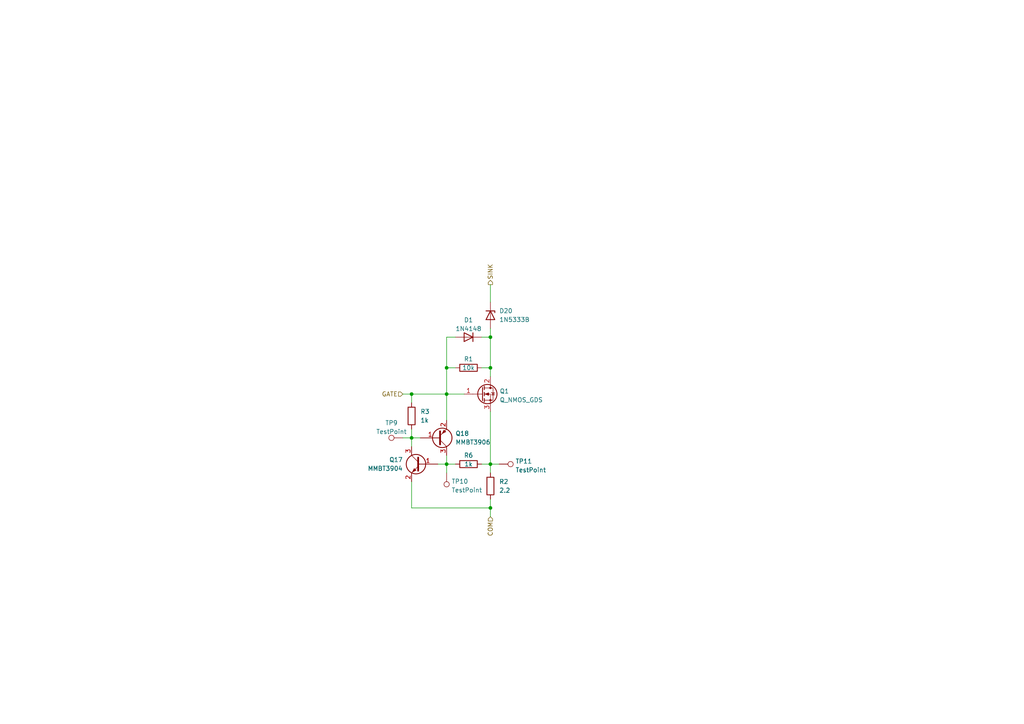
<source format=kicad_sch>
(kicad_sch (version 20230121) (generator eeschema)
  (paper "A4")
  (lib_symbols
    (symbol "Connector:TestPoint" (pin_numbers hide) (pin_names (offset 0.762) hide)
      (property "Reference" "TP" (at 0 6.858 0))
      (property "Value" "TestPoint" (at 0 5.08 0))
      (symbol "TestPoint_0_1"
        (circle (center 0 3.302) (radius 0.762))
      )
      (symbol "TestPoint_1_1"
        (pin passive line (at 0 0 90) (length 2.54) (name "1") (number "1"))
      )
    )
    (symbol "Device:Q_NMOS_GDS" (pin_names (offset 0) hide)
      (property "Reference" "Q" (at 5.08 1.27 0))
      (property "Value" "Q_NMOS_GDS" (at 5.08 -1.27 0))
      (symbol "Q_NMOS_GDS_0_1"
        (polyline (pts (xy 0.254 0) (xy -2.54 0)))
        (polyline (pts (xy 0.254 1.905) (xy 0.254 -1.905)) (stroke (width 0.254)))
        (polyline (pts (xy 0.762 -1.27) (xy 0.762 -2.286)) (stroke (width 0.254)))
        (polyline (pts (xy 0.762 0.508) (xy 0.762 -0.508)) (stroke (width 0.254)))
        (polyline (pts (xy 0.762 2.286) (xy 0.762 1.27)) (stroke (width 0.254)))
        (polyline (pts (xy 2.54 2.54) (xy 2.54 1.778)))
        (polyline (pts (xy 2.54 -2.54) (xy 2.54 0) (xy 0.762 0)))
        (polyline (pts (xy 0.762 -1.778) (xy 3.302 -1.778) (xy 3.302 1.778) (xy 0.762 1.778)))
        (polyline (pts (xy 1.016 0) (xy 2.032 0.381) (xy 2.032 -0.381) (xy 1.016 0)) (fill (type outline)))
        (polyline (pts (xy 2.794 0.508) (xy 2.921 0.381) (xy 3.683 0.381) (xy 3.81 0.254)))
        (polyline (pts (xy 3.302 0.381) (xy 2.921 -0.254) (xy 3.683 -0.254) (xy 3.302 0.381)))
        (circle (center 1.651 0) (radius 2.794) (stroke (width 0.254)))
        (circle (center 2.54 -1.778) (radius 0.254) (fill (type outline)))
        (circle (center 2.54 1.778) (radius 0.254) (fill (type outline)))
      )
      (symbol "Q_NMOS_GDS_1_1"
        (pin input line (at -5.08 0 0) (length 2.54) (name "G") (number "1"))
        (pin passive line (at 2.54 5.08 270) (length 2.54) (name "D") (number "2"))
        (pin passive line (at 2.54 -5.08 90) (length 2.54) (name "S") (number "3"))
      )
    )
    (symbol "Device:Q_NPN_BEC" (pin_names (offset 0) hide)
      (property "Reference" "Q" (at 5.08 1.27 0))
      (property "Value" "Q_NPN_BEC" (at 5.08 -1.27 0))
      (symbol "Q_NPN_BEC_0_1"
        (polyline (pts (xy 0.635 0.635) (xy 2.54 2.54)))
        (polyline (pts (xy 0.635 -0.635) (xy 2.54 -2.54) (xy 2.54 -2.54)))
        (polyline (pts (xy 0.635 1.905) (xy 0.635 -1.905) (xy 0.635 -1.905)) (stroke (width 0.508)))
        (polyline (pts (xy 1.27 -1.778) (xy 1.778 -1.27) (xy 2.286 -2.286) (xy 1.27 -1.778) (xy 1.27 -1.778)) (fill (type outline)))
        (circle (center 1.27 0) (radius 2.8194) (stroke (width 0.254)))
      )
      (symbol "Q_NPN_BEC_1_1"
        (pin input line (at -5.08 0 0) (length 5.715) (name "B") (number "1"))
        (pin passive line (at 2.54 -5.08 90) (length 2.54) (name "E") (number "2"))
        (pin passive line (at 2.54 5.08 270) (length 2.54) (name "C") (number "3"))
      )
    )
    (symbol "Device:Q_PNP_BEC" (pin_names (offset 0) hide)
      (property "Reference" "Q" (at 5.08 1.27 0))
      (property "Value" "Q_PNP_BEC" (at 5.08 -1.27 0))
      (symbol "Q_PNP_BEC_0_1"
        (polyline (pts (xy 0.635 0.635) (xy 2.54 2.54)))
        (polyline (pts (xy 0.635 -0.635) (xy 2.54 -2.54) (xy 2.54 -2.54)))
        (polyline (pts (xy 0.635 1.905) (xy 0.635 -1.905) (xy 0.635 -1.905)) (stroke (width 0.508)))
        (polyline (pts (xy 2.286 -1.778) (xy 1.778 -2.286) (xy 1.27 -1.27) (xy 2.286 -1.778) (xy 2.286 -1.778)) (fill (type outline)))
        (circle (center 1.27 0) (radius 2.8194) (stroke (width 0.254)))
      )
      (symbol "Q_PNP_BEC_1_1"
        (pin input line (at -5.08 0 0) (length 5.715) (name "B") (number "1"))
        (pin passive line (at 2.54 -5.08 90) (length 2.54) (name "E") (number "2"))
        (pin passive line (at 2.54 5.08 270) (length 2.54) (name "C") (number "3"))
      )
    )
    (symbol "Device:R" (pin_numbers hide) (pin_names (offset 0))
      (property "Reference" "R" (at 2.032 0 90))
      (property "Value" "R" (at 0 0 90))
      (symbol "R_0_1"
        (rectangle (start -1.016 -2.54) (end 1.016 2.54) (stroke (width 0.254)))
      )
      (symbol "R_1_1"
        (pin passive line (at 0 3.81 270) (length 1.27) (name "~") (number "1"))
        (pin passive line (at 0 -3.81 90) (length 1.27) (name "~") (number "2"))
      )
    )
    (symbol "Diode:1N4148" (pin_numbers hide) (pin_names (offset 1.016) hide)
      (property "Reference" "D" (at 0 2.54 0))
      (property "Value" "1N4148" (at 0 -2.54 0))
      (symbol "1N4148_0_1"
        (polyline (pts (xy -1.27 1.27) (xy -1.27 -1.27)) (stroke (width 0.254)))
        (polyline (pts (xy 1.27 0) (xy -1.27 0)))
        (polyline (pts (xy 1.27 1.27) (xy 1.27 -1.27) (xy -1.27 0) (xy 1.27 1.27)) (stroke (width 0.254)))
      )
      (symbol "1N4148_1_1"
        (pin passive line (at -3.81 0 0) (length 2.54) (name "K") (number "1"))
        (pin passive line (at 3.81 0 180) (length 2.54) (name "A") (number "2"))
      )
    )
    (symbol "Diode:1N53xxB" (pin_numbers hide) (pin_names hide)
      (property "Reference" "D" (at 0 2.54 0))
      (property "Value" "1N53xxB" (at 0 -2.54 0))
      (symbol "1N53xxB_0_1"
        (polyline (pts (xy 1.27 0) (xy -1.27 0)))
        (polyline (pts (xy -1.27 -1.27) (xy -1.27 1.27) (xy -0.762 1.27)) (stroke (width 0.254)))
        (polyline (pts (xy 1.27 -1.27) (xy 1.27 1.27) (xy -1.27 0) (xy 1.27 -1.27)) (stroke (width 0.254)))
      )
      (symbol "1N53xxB_1_1"
        (pin passive line (at -3.81 0 0) (length 2.54) (name "K") (number "1"))
        (pin passive line (at 3.81 0 180) (length 2.54) (name "A") (number "2"))
      )
    )
  )
  (junction (at 119.38 127))
  (junction (at 142.24 106.68))
  (junction (at 129.54 134.62))
  (junction (at 142.24 97.79))
  (junction (at 129.54 114.3))
  (junction (at 142.24 147.32))
  (junction (at 142.24 134.62))
  (junction (at 119.38 114.3))
  (junction (at 129.54 106.68))
  (wire (pts (xy 129.54 132.08) (xy 129.54 134.62)))
  (wire (pts (xy 116.84 127) (xy 119.38 127)))
  (wire (pts (xy 119.38 139.7) (xy 119.38 147.32)))
  (wire (pts (xy 142.24 95.25) (xy 142.24 97.79)))
  (wire (pts (xy 142.24 147.32) (xy 142.24 144.78)))
  (wire (pts (xy 142.24 106.68) (xy 142.24 109.22)))
  (wire (pts (xy 119.38 114.3) (xy 119.38 116.84)))
  (wire (pts (xy 127 134.62) (xy 129.54 134.62)))
  (wire (pts (xy 129.54 134.62) (xy 132.08 134.62)))
  (wire (pts (xy 142.24 134.62) (xy 144.78 134.62)))
  (wire (pts (xy 142.24 97.79) (xy 142.24 106.68)))
  (wire (pts (xy 142.24 82.55) (xy 142.24 87.63)))
  (wire (pts (xy 142.24 134.62) (xy 142.24 137.16)))
  (wire (pts (xy 119.38 127) (xy 119.38 129.54)))
  (wire (pts (xy 119.38 114.3) (xy 129.54 114.3)))
  (wire (pts (xy 129.54 114.3) (xy 129.54 106.68)))
  (wire (pts (xy 132.08 97.79) (xy 129.54 97.79)))
  (wire (pts (xy 119.38 124.46) (xy 119.38 127)))
  (wire (pts (xy 119.38 147.32) (xy 142.24 147.32)))
  (wire (pts (xy 139.7 97.79) (xy 142.24 97.79)))
  (wire (pts (xy 142.24 149.86) (xy 142.24 147.32)))
  (wire (pts (xy 116.84 114.3) (xy 119.38 114.3)))
  (wire (pts (xy 142.24 119.38) (xy 142.24 134.62)))
  (wire (pts (xy 134.62 114.3) (xy 129.54 114.3)))
  (wire (pts (xy 129.54 97.79) (xy 129.54 106.68)))
  (wire (pts (xy 139.7 106.68) (xy 142.24 106.68)))
  (wire (pts (xy 129.54 106.68) (xy 132.08 106.68)))
  (wire (pts (xy 129.54 114.3) (xy 129.54 121.92)))
  (wire (pts (xy 119.38 127) (xy 121.92 127)))
  (wire (pts (xy 129.54 134.62) (xy 129.54 137.16)))
  (wire (pts (xy 139.7 134.62) (xy 142.24 134.62)))
  (hierarchical_label "GATE" (shape input) (at 116.84 114.3 180))
  (hierarchical_label "SINK" (shape output) (at 142.24 82.55 90))
  (hierarchical_label "COM" (shape input) (at 142.24 149.86 270))
  (symbol (lib_id "Device:R") (at 119.38 120.65 0) (unit 1)
    (property "Reference" "R3" (at 121.92 119.38 0) (effects (justify left)))
    (property "Value" "1k" (at 121.92 121.92 0) (effects (justify left)))
    (property "Footprint" "Resistor_SMD:R_0805_2012Metric_Pad1.20x1.40mm_HandSolder" (effects hide))
    (instances (project "led_balance" (path "" (reference "R3") (unit 1)) (path "" (reference "R31") (unit 1)) (path "" (reference "R9") (unit 1)) (path "" (reference "R33") (unit 1)) (path "" (reference "R21") (unit 1)) (path "" (reference "R35") (unit 1)) (path "" (reference "R27") (unit 1)) (path "" (reference "R37") (unit 1))))
  )
  (symbol (lib_id "Connector:TestPoint") (at 116.84 127 90) (unit 1)
    (property "Reference" "TP9" (at 113.538 122.6652 90))
    (property "Value" "TestPoint" (at 113.538 125.2021 90))
    (property "Footprint" "TestPoint:TestPoint_Pad_1.5x1.5mm" (effects hide))
    (instances (project "led_balance" (path "" (reference "TP9") (unit 1)) (path "" (reference "TP21") (unit 1)) (path "" (reference "TP12") (unit 1)) (path "" (reference "TP24") (unit 1)) (path "" (reference "TP15") (unit 1)) (path "" (reference "TP27") (unit 1)) (path "" (reference "TP18") (unit 1)) (path "" (reference "TP30") (unit 1))))
  )
  (symbol (lib_id "Device:Q_NPN_BEC") (at 121.92 134.62 0) (mirror y) (unit 1)
    (property "Reference" "Q17" (at 116.84 133.35 0) (effects (justify left)))
    (property "Value" "MMBT3904" (at 116.84 135.89 0) (effects (justify left)))
    (property "Footprint" "Package_TO_SOT_SMD:SOT-23_Handsoldering" (effects hide))
    (instances (project "led_balance" (path "" (reference "Q17") (unit 1)) (path "" (reference "Q25") (unit 1)) (path "" (reference "Q19") (unit 1)) (path "" (reference "Q27") (unit 1)) (path "" (reference "Q21") (unit 1)) (path "" (reference "Q29") (unit 1)) (path "" (reference "Q23") (unit 1)) (path "" (reference "Q31") (unit 1))))
  )
  (symbol (lib_id "Connector:TestPoint") (at 129.54 137.16 180) (unit 1)
    (property "Reference" "TP10" (at 130.937 139.6273 0) (effects (justify right)))
    (property "Value" "TestPoint" (at 130.937 142.1642 0) (effects (justify right)))
    (property "Footprint" "TestPoint:TestPoint_Pad_1.5x1.5mm" (effects hide))
    (instances (project "led_balance" (path "" (reference "TP10") (unit 1)) (path "" (reference "TP22") (unit 1)) (path "" (reference "TP13") (unit 1)) (path "" (reference "TP25") (unit 1)) (path "" (reference "TP16") (unit 1)) (path "" (reference "TP28") (unit 1)) (path "" (reference "TP19") (unit 1)) (path "" (reference "TP31") (unit 1))))
  )
  (symbol (lib_id "Diode:1N4148") (at 135.89 97.79 180) (unit 1)
    (property "Reference" "D1" (at 135.89 92.8202 0))
    (property "Value" "1N4148" (at 135.89 95.3571 0))
    (property "Footprint" "Diode_SMD:D_SOD-323_HandSoldering" (effects hide))
    (property "Datasheet" "https://assets.nexperia.com/documents/data-sheet/1N4148_1N4448.pdf" (effects hide))
    (instances (project "led_balance" (path "" (reference "D1") (unit 1)) (path "" (reference "D13") (unit 1)) (path "" (reference "D4") (unit 1)) (path "" (reference "D16") (unit 1)) (path "" (reference "D7") (unit 1)) (path "" (reference "D19") (unit 1)) (path "" (reference "D10") (unit 1)) (path "" (reference "D22") (unit 1))))
  )
  (symbol (lib_id "Device:R") (at 135.89 106.68 270) (unit 1)
    (property "Reference" "R1" (at 135.89 104.14 90))
    (property "Value" "10k" (at 135.89 106.68 90))
    (property "Footprint" "Resistor_SMD:R_0805_2012Metric_Pad1.20x1.40mm_HandSolder" (effects hide))
    (instances (project "led_balance" (path "" (reference "R1") (unit 1)) (path "" (reference "R19") (unit 1)) (path "" (reference "R4") (unit 1)) (path "" (reference "R22") (unit 1)) (path "" (reference "R7") (unit 1)) (path "" (reference "R25") (unit 1)) (path "" (reference "R10") (unit 1)) (path "" (reference "R28") (unit 1))))
  )
  (symbol (lib_id "Device:R") (at 142.24 140.97 0) (unit 1)
    (property "Reference" "R2" (at 144.78 139.7 0) (effects (justify left)))
    (property "Value" "2.2" (at 144.78 142.24 0) (effects (justify left)))
    (property "Footprint" "Resistor_SMD:R_1206_3216Metric_Pad1.30x1.75mm_HandSolder" (effects hide))
    (instances (project "led_balance" (path "" (reference "R2") (unit 1)) (path "" (reference "R20") (unit 1)) (path "" (reference "R5") (unit 1)) (path "" (reference "R23") (unit 1)) (path "" (reference "R8") (unit 1)) (path "" (reference "R26") (unit 1)) (path "" (reference "R11") (unit 1)) (path "" (reference "R29") (unit 1))))
  )
  (symbol (lib_id "Device:Q_NMOS_GDS") (at 139.7 114.3 0) (unit 1)
    (property "Reference" "Q1" (at 144.907 113.4653 0) (effects (justify left)))
    (property "Value" "Q_NMOS_GDS" (at 144.907 116.0022 0) (effects (justify left)))
    (property "Footprint" "Package_TO_SOT_THT:TO-220-3_Horizontal_TabUp" (effects hide))
    (instances (project "led_balance" (path "" (reference "Q1") (unit 1)) (path "" (reference "Q5") (unit 1)) (path "" (reference "Q2") (unit 1)) (path "" (reference "Q6") (unit 1)) (path "" (reference "Q3") (unit 1)) (path "" (reference "Q7") (unit 1)) (path "" (reference "Q4") (unit 1)) (path "" (reference "Q8") (unit 1))))
  )
  (symbol (lib_id "Connector:TestPoint") (at 144.78 134.62 270) (unit 1)
    (property "Reference" "TP11" (at 149.479 133.7853 90) (effects (justify left)))
    (property "Value" "TestPoint" (at 149.479 136.3222 90) (effects (justify left)))
    (property "Footprint" "TestPoint:TestPoint_Pad_1.5x1.5mm" (effects hide))
    (instances (project "led_balance" (path "" (reference "TP11") (unit 1)) (path "" (reference "TP23") (unit 1)) (path "" (reference "TP14") (unit 1)) (path "" (reference "TP26") (unit 1)) (path "" (reference "TP17") (unit 1)) (path "" (reference "TP29") (unit 1)) (path "" (reference "TP20") (unit 1)) (path "" (reference "TP32") (unit 1))))
  )
  (symbol (lib_id "Device:R") (at 135.89 134.62 270) (unit 1)
    (property "Reference" "R6" (at 135.89 132.08 90))
    (property "Value" "1k" (at 135.89 134.62 90))
    (property "Footprint" "Resistor_SMD:R_0805_2012Metric_Pad1.20x1.40mm_HandSolder" (effects hide))
    (instances (project "led_balance" (path "" (reference "R6") (unit 1)) (path "" (reference "R32") (unit 1)) (path "" (reference "R12") (unit 1)) (path "" (reference "R34") (unit 1)) (path "" (reference "R24") (unit 1)) (path "" (reference "R36") (unit 1)) (path "" (reference "R30") (unit 1)) (path "" (reference "R38") (unit 1))))
  )
  (symbol (lib_id "Device:Q_PNP_BEC") (at 127 127 0) (mirror x) (unit 1)
    (property "Reference" "Q18" (at 132.08 125.73 0) (effects (justify left)))
    (property "Value" "MMBT3906" (at 132.08 128.27 0) (effects (justify left)))
    (property "Footprint" "Package_TO_SOT_SMD:SOT-23_Handsoldering" (effects hide))
    (instances (project "led_balance" (path "" (reference "Q18") (unit 1)) (path "" (reference "Q26") (unit 1)) (path "" (reference "Q20") (unit 1)) (path "" (reference "Q28") (unit 1)) (path "" (reference "Q22") (unit 1)) (path "" (reference "Q30") (unit 1)) (path "" (reference "Q24") (unit 1)) (path "" (reference "Q32") (unit 1))))
  )
  (symbol (lib_id "Diode:1N53xxB") (at 142.24 91.44 270) (unit 1)
    (property "Reference" "D20" (at 144.78 90.17 90) (effects (justify left)))
    (property "Value" "1N5333B" (at 144.78 92.71 90) (effects (justify left)))
    (property "Footprint" "Diode_THT:D_DO-27_P12.70mm_Horizontal" (effects hide))
    (property "Datasheet" "https://diotec.com/tl_files/diotec/files/pdf/datasheets/1n5345b.pdf" (effects hide))
    (instances (project "led_balance" (path "" (reference "D20") (unit 1)) (path "" (reference "D21") (unit 1)) (path "" (reference "D23") (unit 1)) (path "" (reference "D24") (unit 1)) (path "" (reference "D25") (unit 1)) (path "" (reference "D26") (unit 1)) (path "" (reference "D27") (unit 1)) (path "" (reference "D28") (unit 1))))
  )
)
</source>
